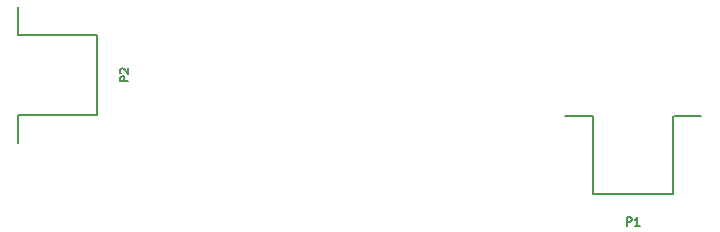
<source format=gbr>
%TF.GenerationSoftware,KiCad,Pcbnew,8.0.6*%
%TF.CreationDate,2025-04-07T23:29:29+03:00*%
%TF.ProjectId,USBC_90deg,55534243-5f39-4306-9465-672e6b696361,rev?*%
%TF.SameCoordinates,Original*%
%TF.FileFunction,Legend,Top*%
%TF.FilePolarity,Positive*%
%FSLAX46Y46*%
G04 Gerber Fmt 4.6, Leading zero omitted, Abs format (unit mm)*
G04 Created by KiCad (PCBNEW 8.0.6) date 2025-04-07 23:29:29*
%MOMM*%
%LPD*%
G01*
G04 APERTURE LIST*
%ADD10C,0.150000*%
%ADD11C,0.200000*%
G04 APERTURE END LIST*
D10*
X111483333Y-92046033D02*
X111483333Y-91346033D01*
X111483333Y-91346033D02*
X111750000Y-91346033D01*
X111750000Y-91346033D02*
X111816667Y-91379366D01*
X111816667Y-91379366D02*
X111850000Y-91412700D01*
X111850000Y-91412700D02*
X111883333Y-91479366D01*
X111883333Y-91479366D02*
X111883333Y-91579366D01*
X111883333Y-91579366D02*
X111850000Y-91646033D01*
X111850000Y-91646033D02*
X111816667Y-91679366D01*
X111816667Y-91679366D02*
X111750000Y-91712700D01*
X111750000Y-91712700D02*
X111483333Y-91712700D01*
X112550000Y-92046033D02*
X112150000Y-92046033D01*
X112350000Y-92046033D02*
X112350000Y-91346033D01*
X112350000Y-91346033D02*
X112283333Y-91446033D01*
X112283333Y-91446033D02*
X112216667Y-91512700D01*
X112216667Y-91512700D02*
X112150000Y-91546033D01*
X69256033Y-79806666D02*
X68556033Y-79806666D01*
X68556033Y-79806666D02*
X68556033Y-79539999D01*
X68556033Y-79539999D02*
X68589366Y-79473333D01*
X68589366Y-79473333D02*
X68622700Y-79439999D01*
X68622700Y-79439999D02*
X68689366Y-79406666D01*
X68689366Y-79406666D02*
X68789366Y-79406666D01*
X68789366Y-79406666D02*
X68856033Y-79439999D01*
X68856033Y-79439999D02*
X68889366Y-79473333D01*
X68889366Y-79473333D02*
X68922700Y-79539999D01*
X68922700Y-79539999D02*
X68922700Y-79806666D01*
X68622700Y-79139999D02*
X68589366Y-79106666D01*
X68589366Y-79106666D02*
X68556033Y-79039999D01*
X68556033Y-79039999D02*
X68556033Y-78873333D01*
X68556033Y-78873333D02*
X68589366Y-78806666D01*
X68589366Y-78806666D02*
X68622700Y-78773333D01*
X68622700Y-78773333D02*
X68689366Y-78739999D01*
X68689366Y-78739999D02*
X68756033Y-78739999D01*
X68756033Y-78739999D02*
X68856033Y-78773333D01*
X68856033Y-78773333D02*
X69256033Y-79173333D01*
X69256033Y-79173333D02*
X69256033Y-78739999D01*
D11*
%TO.C,P1*%
X106220000Y-82730000D02*
X108600000Y-82730000D01*
X108600000Y-89360000D02*
X108600000Y-82730000D01*
X108600000Y-89360000D02*
X115400000Y-89390000D01*
X115400000Y-89390000D02*
X115400000Y-82730000D01*
X117780000Y-82730000D02*
X115420000Y-82730000D01*
%TO.C,P2*%
X59940000Y-85070000D02*
X59940000Y-82690000D01*
X66570000Y-82690000D02*
X59940000Y-82690000D01*
X66570000Y-82690000D02*
X66600000Y-75890000D01*
X66600000Y-75890000D02*
X59940000Y-75890000D01*
X59940000Y-73510000D02*
X59940000Y-75870000D01*
%TD*%
M02*

</source>
